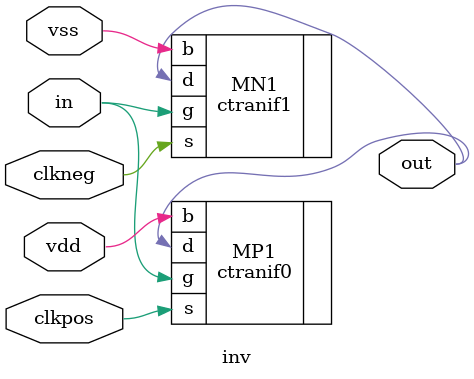
<source format=sv>
`timescale 1ns / 1ns 

module inv ( clkneg, clkpos, in, out, vdd, vss );

input  clkneg, clkpos, in, vdd, vss;
output out;

specify 
    specparam CDS_LIBNAME  = "MIPS25";
    specparam CDS_CELLNAME = "inv";
    specparam CDS_VIEWNAME = "schematic";
endspecify

ctranif1  MN1 ( .b(vss), .d(out), .g(in), .s(clkneg));
ctranif0  MP1 ( .b(vdd), .s(clkpos), .g(in), .d(out));

endmodule

</source>
